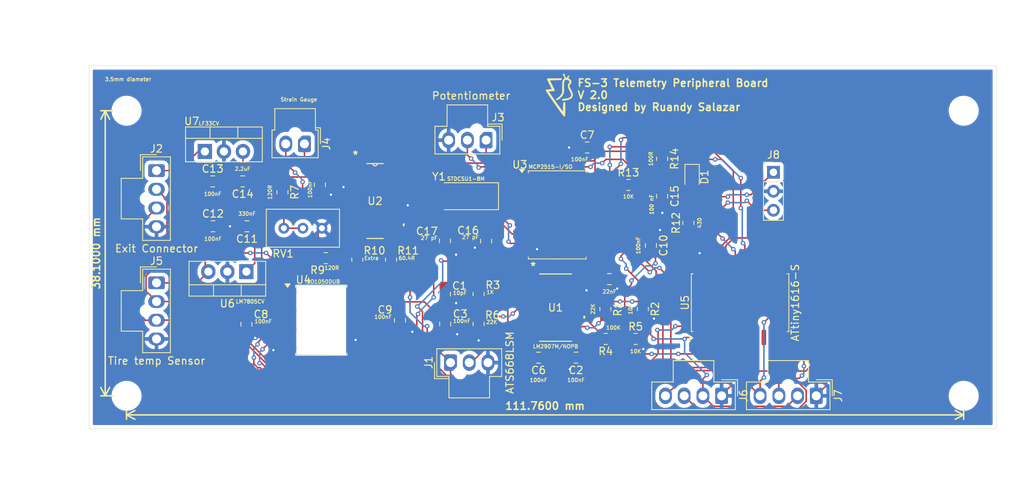
<source format=kicad_pcb>
(kicad_pcb (version 20240108) (generator "pcbnew") (generator_version "8.0")
  (title_block (title "Peripheral Board") (date "2025-02-23") (rev "2.3"))
  (layers (0 "F.Cu" signal) (31 "B.Cu" signal) (34 "B.Paste" user) (35 "F.Paste" user) (36 "B.SilkS" user "B.Silkscreen") (37 "F.SilkS" user "F.Silkscreen") (38 "B.Mask" user) (39 "F.Mask" user) (44 "Edge.Cuts" user))
  (net 0 "")
  (net 1 "Net-(J1-Pin_2)")
  (net 2 "GND")
  (net 3 "Net-(U1-IN+)")
  (net 4 "Net-(C4-Pad1)")
  (net 5 "+3V3")
  (net 6 "+5V")
  (net 7 "+12V")
  (net 8 "Net-(D1-A)")
  (net 9 "PB4")
  (net 10 "PB1")
  (net 11 "PA6")
  (net 12 "PC0")
  (net 13 "PA5")
  (net 14 "PB0")
  (net 15 "PB5")
  (net 16 "PA7")
  (net 17 "CANL")
  (net 18 "CANH")
  (net 19 "/Vin+")
  (net 20 "Net-(U1-TACH-)")
  (net 21 "Net-(U1-EMIT)")
  (net 22 "/Vin-")
  (net 23 "/RG2")
  (net 24 "/RG1")
  (net 25 "UPDI")
  (net 26 "Net-(U3-*RESET)")
  (net 31 "/VrefBG")
  (net 36 "CAN1_TX")
  (net 37 "PA2")
  (net 40 "PA1")
  (net 41 "Net-(U3-OSC2)")
  (net 42 "PA3{slash}SCK")
  (net 46 "CAN1_RX")
  (net 47 "PC3")
  (net 49 "Net-(U3-OSC1)")
  (net 50 "PA4")
  (net 51 "PC2")
  (net 52 "PC1")
  (net 53 "Net-(U5-~{RESET}{slash}PA0)")
  (footprint "Capacitor_SMD:C_0805_2012Metric_Pad1.18x1.45mm_HandSolder" (layer "F.Cu") (at 100 65.5 90)
    (property "Reference" "C9")
    (property "Value" "100nF")
  )
  (footprint "Resistor_SMD:R_0805_2012Metric_Pad1.20x1.40mm_HandSolder" (layer "F.Cu") (at 110.5 62 -90)
    (property "Reference" "R3")
    (property "Value" "1K")
  )
  (footprint "Package_SO:SOIC-18W_7.5x11.6mm_P1.27mm" (layer "F.Cu") (at 121 51.42)
    (property "Reference" "U3")
    (property "Value" "MCP2515-I/SO")
  )
  (footprint "Capacitor_SMD:C_0805_2012Metric_Pad1.18x1.45mm_HandSolder" (layer "F.Cu") (at 106 54.8825 -90)
    (property "Reference" "C17")
    (property "Value" "27 pF")
  )
  (footprint "Package_TO_SOT_THT:TO-220-3_Vertical" (layer "F.Cu") (at 79.5 59 180)
    (property "Reference" "U6")
    (property "Value" "LM7805CV")
  )
  (footprint "Diode_SMD:D_0805_2012Metric" (layer "F.Cu") (at 139 46.3575 -90)
    (property "Reference" "D1")
    (property "Value" "D")
  )
  (footprint "Resistor_SMD:R_0805_2012Metric_Pad1.20x1.40mm_HandSolder" (layer "F.Cu") (at 132.4235 64 -90)
    (property "Reference" "R2")
    (property "Value" "10K")
  )
  (footprint "1FS_2_Global_Footprint_Library:FS_Logo_4LinesTall" (layer "F.Cu") (at 121.5 35.5)
    (property "Reference" "G***" (hide yes))
    (property "Value" "LOGO" (hide yes))
  )
  (footprint "Package_TO_SOT_THT:TO-220-3_Vertical" (layer "F.Cu") (at 73.96 42.945)
    (property "Reference" "U7")
    (property "Value" "LF33CV")
  )
  (footprint "Package_SO:SOP-8_6.62x9.15mm_P2.54mm" (layer "F.Cu") (at 89.5 65.5)
    (property "Reference" "U4")
    (property "Value" "ISO1050DUB")
  )
  (footprint "Capacitor_SMD:C_0805_2012Metric_Pad1.18x1.45mm_HandSolder" (layer "F.Cu") (at 89.3078 47.395 -90)
    (property "Reference" "C5" (hide yes))
    (property "Value" "100nF")
  )
  (footprint "Capacitor_SMD:C_0805_2012Metric_Pad1.18x1.45mm_HandSolder" (layer "F.Cu") (at 123.5 70.5 180)
    (property "Reference" "C2")
    (property "Value" "100nF")
  )
  (footprint "Capacitor_SMD:C_0805_2012Metric_Pad1.18x1.45mm_HandSolder" (layer "F.Cu") (at 106 62 -90)
    (property "Reference" "C1")
    (property "Value" "10pF")
  )
  (footprint "MountingHole:MountingHole_3.5mm" (layer "F.Cu") (at 175.26 37.5)
    (property "Reference" "REF**" (hide yes))
    (property "Value" "MountingHole_3.5mm")
  )
  (footprint "Resistor_SMD:R_0805_2012Metric_Pad1.20x1.40mm_HandSolder" (layer "F.Cu") (at 94.3078 57.395 -90)
    (property "Reference" "R10")
    (property "Value" "Extra")
  )
  (footprint "Capacitor_SMD:C_0805_2012Metric_Pad1.18x1.45mm_HandSolder" (layer "F.Cu") (at 135 48.92 -90)
    (property "Reference" "C15")
    (property "Value" "100 nF")
  )
  (footprint "Capacitor_SMD:C_0805_2012Metric_Pad1.18x1.45mm_HandSolder" (layer "F.Cu") (at 118.5 70.5 180)
    (property "Reference" "C6")
    (property "Value" "100nF")
  )
  (footprint "Capacitor_SMD:C_0805_2012Metric_Pad1.18x1.45mm_HandSolder" (layer "F.Cu") (at 79.5 66.0375 90)
    (property "Reference" "C8")
    (property "Value" "100nF")
  )
  (footprint "Capacitor_SMD:C_0805_2012Metric_Pad1.18x1.45mm_HandSolder" (layer "F.Cu") (at 79.0025 46.945 180)
    (property "Reference" "C14")
    (property "Value" "2.2uF")
  )
  (footprint "Resistor_SMD:R_0805_2012Metric_Pad1.20x1.40mm_HandSolder" (layer "F.Cu") (at 110.5 66 -90)
    (property "Reference" "R6")
    (property "Value" "22K")
  )
  (footprint "MountingHole:MountingHole_3.5mm" (layer "F.Cu") (at 175.26 75.6)
    (property "Reference" "REF**" (hide yes))
    (property "Value" "MountingHole_3.5mm")
  )
  (footprint "Resistor_SMD:R_0805_2012Metric_Pad1.20x1.40mm_HandSolder" (layer "F.Cu") (at 127.4625 68 180)
    (property "Reference" "R4")
    (property "Value" "100K")
  )
  (footprint "FS_3_Global_Footprint_Library:D16" (layer "F.Cu") (at 96.67 49.57)
    (property "Reference" "U2")
    (property "Value" "INA125U")
  )
  (footprint "Capacitor_SMD:C_0805_2012Metric_Pad1.18x1.45mm_HandSolder" (layer "F.Cu") (at 127.9625 60)
    (property "Reference" "C4" (hide yes))
    (property "Value" "22nF")
  )
  (footprint "Capacitor_SMD:C_0805_2012Metric_Pad1.18x1.45mm_HandSolder" (layer "F.Cu") (at 75.04 52.945)
    (property "Reference" "C12")
    (property "Value" "100nF")
  )
  (footprint "Resistor_SMD:R_0805_2012Metric_Pad1.20x1.40mm_HandSolder" (layer "F.Cu") (at 90.1 57.2 180)
    (property "Reference" "R9")
    (property "Value" "120R")
  )
  (footprint "Resistor_SMD:R_0805_2012Metric_Pad1.20x1.40mm_HandSolder" (layer "F.Cu") (at 135 43.92 -90)
    (property "Reference" "R14")
    (property "Value" "100R")
  )
  (footprint "Molex Nanofit:Molex_Nano-Fit_105309-xx04_1x04_P2.50mm_Vertical" (layer "F.Cu") (at 67.5 60.5)
    (property "Reference" "J5")
    (property "Value" "Tire temp Sensor")
  )
  (footprint "Molex Nanofit:Molex_Nano-Fit_105309-xx02_1x02_P2.50mm_Vertical" (layer "F.Cu") (at 87.25 41.93 -90)
    (property "Reference" "J4")
    (property "Value" "Strain Gauge")
  )
  (footprint "Connector_Molex:Molex_Nano-Fit_105309-xx04_1x04_P2.50mm_Vertical" (layer "F.Cu") (at 142.942 75.598 -90)
    (property "Reference" "J6")
    (property "Value" "1x1 Tire Air Temp Sensor")
  )
  (footprint "Connector_PinHeader_2.54mm:PinHeader_1x03_P2.54mm_Vertical" (layer "F.Cu") (at 149.86 45.72)
    (property "Reference" "J8")
    (property "Value" "Conn_01x03")
  )
  (footprint "Capacitor_SMD:C_0805_2012Metric_Pad1.18x1.45mm_HandSolder" (layer "F.Cu") (at 111.5 54.92 -90)
    (property "Reference" "C16")
    (property "Value" "27 pF")
  )
  (footprint "Capacitor_SMD:C_0805_2012Metric_Pad1.18x1.45mm_HandSolder" (layer "F.Cu") (at 106.0375 66 -90)
    (property "Reference" "C3")
    (property "Value" "100nF")
  )
  (footprint "Molex Nanofit:Molex_Nano-Fit_105309-xx04_1x04_P2.50mm_Vertical" (layer "F.Cu") (at 67.5 45.5)
    (property "Reference" "J2")
    (property "Value" "Exit Connector")
  )
  (footprint "Connector_Molex:Molex_Nano-Fit_105309-xx04_1x04_P2.50mm_Vertical" (layer "F.Cu") (at 155.58 75.598 -90)
    (property "Reference" "J7")
    (property "Value" "1x8 Tire Surface Temp Sensor")
  )
  (footprint "Potentiometer_THT:Potentiometer_Bourns_3296W_Vertical" (layer "F.Cu") (at 84.5 53.2 180)
    (property "Reference" "RV1")
    (property "Value" "200R")
  )
  (footprint "Capacitor_SMD:C_0805_2012Metric_Pad1.18x1.45mm_HandSolder" (layer "F.Cu") (at 75.0025 46.945)
    (property "Reference" "C13")
    (property "Value" "100nF")
  )
  (footprint "MountingHole:MountingHole_3.5mm" (layer "F.Cu") (at 63.5 37.5)
    (property "Reference" "REF**" (hide yes))
    (property "Value" "MountingHole_3.5mm")
  )
  (footprint "Resistor_SMD:R_0805_2012Metric_Pad1.20x1.40mm_HandSolder" (layer "F.Cu") (at 131.4625 68)
    (property "Reference" "R5")
    (property "Value" "10K")
  )
  (footprint "Capacitor_SMD:C_0805_2012Metric_Pad1.18x1.45mm_HandSolder" (layer "F.Cu") (at 133.5 55.5 -90)
    (property "Reference" "C10")
    (property "Value" "100nF")
  )
  (footprint "Resistor_SMD:R_0805_2012Metric_Pad1.20x1.40mm_HandSolder" (layer "F.Cu") (at 127.4235 64 -90)
    (property "Reference" "R1")
    (property "Value" "22K")
  )
  (footprint "Resistor_SMD:R_0805_2012Metric_Pad1.20x1.40mm_HandSolder" (layer "F.Cu") (at 138.5 52.5 90)
    (property "Reference" "R12")
    (property "Value" "430")
  )
  (footprint "Resistor_SMD:R_0805_2012Metric_Pad1.20x1.40mm_HandSolder" (layer "F.Cu") (at 130.5 47.42)
    (property "Reference" "R13")
    (property "Value" "10K")
  )
  (footprint "FS_3_Global_Footprint_Library:M14A_TEX" (layer "F.Cu") (at 120.7695 63.81)
    (property "Reference" "U1")
    (property "Value" "LM2907M/NOPB")
  )
  (footprint "Molex Nanofit:Molex_Nano-Fit_105309-xx03_1x03_P2.50mm_Vertical" (layer "F.Cu") (at 111.5 41.43 -90)
    (property "Reference" "J3")
    (property "Value" "Potentiometer")
  )
  (footprint "Resistor_SMD:R_0805_2012Metric_Pad1.20x1.40mm_HandSolder" (layer "F.Cu") (at 84.3078 48.395 -90)
    (property "Reference" "R7")
    (property "Value" "120R")
  )
  (footprint "Crystal:Crystal_SMD_5032-2Pin_5.0x3.2mm_HandSoldering" (layer "F.Cu") (at 108.6 48.92 180)
    (property "Reference" "Y1")
    (property "Value" "STDCSU1-8M")
  )
  (footprint "Capacitor_SMD:C_0805_2012Metric_Pad1.18x1.45mm_HandSolder" (layer "F.Cu") (at 79.5775 52.945 180)
    (property "Reference" "C11")
    (property "Value" "330nF")
  )
  (footprint "Molex Nanofit:Molex_Nano-Fit_105309-xx03_1x03_P2.50mm_Vertical" (layer "F.Cu") (at 106.75 71.16 90)
    (property "Reference" "J1")
    (property "Value" "ATS668LSM")
  )
  (footprint "Package_SO:SOIC-20W_7.5x12.8mm_P1.27mm" (layer "F.Cu") (at 145.405 63.15 90)
    (property "Reference" "U5")
    (property "Value" "ATtiny1616-S")
  )
  (footprint "MountingHole:MountingHole_3.5mm" (layer "F.Cu") (at 63.5 75.6)
    (property "Reference" "REF**" (hide yes))
    (property "Value" "MountingHole_3.5mm")
  )
  (footprint "Capacitor_SMD:C_0805_2012Metric_Pad1.18x1.45mm_HandSolder" (layer "F.Cu") (at 125 42.42)
    (property "Reference" "C7")
    (property "Value" "100nF")
  )
  (footprint "Resistor_SMD:R_0805_2012Metric_Pad1.20x1.40mm_HandSolder" (layer "F.Cu") (at 98.8078 57.395 -90)
    (property "Reference" "R11")
    (property "Value" "60.4R")
  )
  (gr_rect (start 58.5 31.5) (end 179.618 80) (stroke (width 0.05)) (fill none) (layer "Edge.Cuts"))
  (gr_text "FS-3 Telemetry Peripheral Board\nV 2.0\nDesigned by Ruandy Salazar" (at 123.6 37.6 0) (layer "F.SilkS") (effects (font (size 1 1) (thickness 0.2) (bold yes)) (justify left bottom)))
  (gr_text "3.5mm diameter" (at 63.7 33.3 0) (layer "F.SilkS") (effects (font (size 0.5 0.5) (thickness 0.1) (bold yes))))
  (dimension (type aligned) (layer "F.SilkS") (pts (xy 63.49 74.300001) (xy 175.25 74.300001)) (height 3.849999) (gr_text "4.4000 in" (at 119.37 76.95 0) (layer "F.SilkS") (effects (font (size 1 1) (thickness 0.2) (bold yes)))) (format (prefix "") (suffix "") (units 3) (units_format 1) (precision 4)) (style (thickness 0.2) (arrow_length 1.27) (text_position_mode 0) (extension_height 0.58642) (extension_offset 0.5) keep_text_aligned))
  (dimension (type aligned) (layer "F.SilkS") (pts (xy 62.649999 37.5) (xy 62.649999 75.6)) (height 1.999999) (gr_text "1.5000 in" (at 59.45 56.55 90) (layer "F.SilkS") (effects (font (size 1 1) (thickness 0.2) (bold yes)))) (format (prefix "") (suffix "") (units 3) (units_format 1) (precision 4)) (style (thickness 0.2) (arrow_length 1.27) (text_position_mode 0) (extension_height 0.58642) (extension_offset 0.5) keep_text_aligned))
  (segment (start 108.4625 60.9625) (end 109.425 60) (width 0.2) (layer "F.Cu") (net 1))
  (segment (start 114 60) (end 118.039 60) (width 0.2) (layer "F.Cu") (net 1))
  (segment (start 108.4625 60.9625) (end 110.5 63) (width 0.2) (layer "F.Cu") (net 1))
  (segment (start 109.425 60) (end 114 60) (width 0.2) (layer "F.Cu") (net 1))
  (segment (start 114.4016 66.2984) (end 109.54 71.16) (width 0.2) (layer "F.Cu") (net 1))
  (segment (start 106 60.9625) (end 108.4625 60.9625) (width 0.2) (layer "F.Cu") (net 1))
  (segment (start 109.54 71.16) (end 109.25 71.16) (width 0.2) (layer "F.Cu") (net 1))
  (segment (start 114.4016 60) (end 114.4016 66.2984) (width 0.2) (layer "F.Cu") (net 1))
  (segment (start 114 60) (end 114.4016 60) (width 0.2) (layer "F.Cu") (net 1))
  (segment (start 106.0375 67.0375) (end 107.3219 67.0375) (width 0.2) (layer "F.Cu") (net 2))
  (segment (start 92.4922 47.665) (end 92.456 47.7012) (width 0.2) (layer "F.Cu") (net 2))
  (segment (start 132.4235 65) (end 133.6308 65) (width 0.2) (layer "F.Cu") (net 2))
  (segment (start 117.8 56.5) (end 118.3 56) (width 0.2) (layer "F.Cu") (net 2))
  (segment (start 76.5 42.945) (end 76.5 45.48) (width 0.2) (layer "F.Cu") (net 2))
  (segment (start 111.5 55.9575) (end 110.1575 55.9575) (width 0.2) (layer "F.Cu") (net 2))
  (segment (start 122.5824 42.42) (end 122.5804 42.418) (width 0.2) (layer "F.Cu") (net 2))
  (segment (start 129 61.2648) (end 129 60) (width 0.2) (layer "F.Cu") (net 2))
  (segment (start 99.0322 50.205) (end 100.9758 50.205) (width 0.2) (layer "F.Cu") (net 2))
  (segment (start 76.5 45.48) (end 77.965 46.945) (width 0.2) (layer "F.Cu") (net 2))
  (segment (start 76.0775 52.945) (end 78.54 52.945) (width 0.2) (layer "F.Cu") (net 2))
  (segment (start 106 63.0375) (end 107.3375 63.0375) (width 0.2) (layer "F.Cu") (net 2))
  (segment (start 100 66.5375) (end 101.1508 66.5375) (width 0.2) (layer "F.Cu") (net 2))
  (segment (start 122.4625 70.5) (end 122.4625 71.8149) (width 0.2) (layer "F.Cu") (net 2))
  (segment (start 124.9 61.5) (end 123.86 62.54) (width 0.2) (layer "F.Cu") (net 2))
  (segment (start 142.942 75.598) (end 142.942 75.498) (width 0.2) (layer "F.Cu") (net 2))
  (segment (start 155.58 75.598) (end 155.58 75.56) (width 0.2) (layer "F.Cu") (net 2))
  (segment (start 133.7007 54.4625) (end 134.7216 53.4416) (width 0.2) (layer "F.Cu") (net 2))
  (segment (start 133.5 54.4625) (end 133.7007 54.4625) (width 0.2) (layer "F.Cu") (net 2))
  (segment (start 133.6308 65) (end 133.9088 65.278) (width 0.2) (layer "F.Cu") (net 2))
  (segment (start 122.4625 71.8149) (end 122.682 72.0344) (width 0.2) (layer "F.Cu") (net 2))
  (segment (start 100.9758 50.205) (end 101.0412 50.1396) (width 0.2) (layer "F.Cu") (net 2))
  (segment (start 132.4625 68) (end 132.4625 69.3181) (width 0.2) (layer "F.Cu") (net 2))
  (segment (start 117 70.5) (end 116.34 71.16) (width 0.2) (layer "F.Cu") (net 2))
  (segment (start 116.35 56.5) (end 117.8 56.5) (width 0.2) (layer "F.Cu") (net 2))
  (segment (start 135 51.1292) (end 135.0264 51.1556) (width 0.2) (layer "F.Cu") (net 2))
  (segment (start 135 49.9575) (end 135 51.1292) (width 0.2) (layer "F.Cu") (net 2))
  (segment (start 94.025 69.31) (end 94.025 68.1794) (width 0.2) (layer "F.Cu") (net 2))
  (segment (start 79.8766 67.075) (end 80.6704 67.8688) (width 0.2) (layer "F.Cu") (net 2))
  (segment (start 123.9625 42.42) (end 122.5824 42.42) (width 0.2) (layer "F.Cu") (net 2))
  (segment (start 142.942 75.498) (end 144.526 73.914) (width 0.2) (layer "F.Cu") (net 2))
  (segment (start 139.69 56.8552) (end 140.0048 56.5404) (width 0.2) (layer "F.Cu") (net 2))
  (segment (start 77.965 46.945) (end 76.04 46.945) (width 0.2) (layer "F.Cu") (net 2))
  (segment (start 89.1 57.2) (end 89.1 53.68) (width 0.2) (layer "F.Cu") (net 2))
  (segment (start 89.3078 48.4325) (end 90.4949 48.4325) (width 0.2) (layer "F.Cu") (net 2))
  (segment (start 110.5 68.2) (end 110.5 67) (width 0.2) (layer "F.Cu") (net 2))
  (segment (start 107.3375 63.0375) (end 107.5 63.2) (width 0.2) (layer "F.Cu") (net 2))
  (segment (start 110.1575 55.9575) (end 110 55.8) (width 0.2) (layer "F.Cu") (net 2))
  (segment (start 94.3078 47.665) (end 92.4922 47.665) (width 0.2) (layer "F.Cu") (net 2))
  (segment (start 79.5 67.075) (end 79.8766 67.075) (width 0.2) (layer "F.Cu") (net 2))
  (segment (start 101.1508 66.5375) (end 101.6508 67.0375) (width 0.2) (layer "F.Cu") (net 2))
  (segment (start 139.69 58.5) (end 139.69 56.8552) (width 0.2) (layer "F.Cu") (net 2))
  (segment (start 89.1 53.68) (end 89.58 53.2) (width 0.2) (layer "F.Cu") (net 2))
  (segment (start 107.3219 67.0375) (end 107.6452 67.3608) (width 0.2) (layer "F.Cu") (net 2))
  (segment (start 106 55.92) (end 106.6692 55.92) (width 0.2) (layer "F.Cu") (net 2))
  (segment (start 94.025 68.1794) (end 94.0816 68.1228) (width 0.2) (layer "F.Cu") (net 2))
  (segment (start 116.34 71.16) (end 111.75 71.16) (width 0.2) (layer "F.Cu") (net 2))
  (segment (start 117.4625 70.5) (end 117 70.5) (width 0.2) (layer "F.Cu") (net 2))
  (segment (start 123.86 62.54) (end 123.5 62.54) (width 0.2) (layer "F.Cu") (net 2))
  (segment (start 132.4625 69.3181) (end 132.4864 69.342) (width 0.2) (layer "F.Cu") (net 2))
  (segment (start 83.2932 69.31) (end 83.1088 69.4944) (width 0.2) (layer "F.Cu") (net 2))
  (segment (start 106.6692 55.92) (end 107.4928 56.7436) (width 0.2) (layer "F.Cu") (net 2))
  (segment (start 90.4949 48.4325) (end 90.7796 48.7172) (width 0.2) (layer "F.Cu") (net 2))
  (segment (start 155.58 75.56) (end 157.226 73.914) (width 0.2) (layer "F.Cu") (net 2))
  (segment (start 84.975 69.31) (end 83.2932 69.31) (width 0.2) (layer "F.Cu") (net 2))
  (via (at 107.5 63.2) (size 0.6) (drill 0.3) (layers "F.Cu" "B.Cu") (net 2))
  (via (at 94.0816 68.1228) (size 0.6) (drill 0.3) (layers "F.Cu" "B.Cu") (net 2))
  (via (at 110.5 68.2) (size 0.6) (drill 0.3) (layers "F.Cu" "B.Cu") (net 2))
  (via (at 101.0412 50.1396) (size 0.6) (drill 0.3) (layers "F.Cu" "B.Cu") (net 2))
  (via (at 107.6452 67.3608) (size 0.6) (drill 0.3) (layers "F.Cu" "B.Cu") (net 2))
  (via (at 101.6508 67.0375) (size 0.6) (drill 0.3) (layers "F.Cu" "B.Cu") (net 2))
  (via (at 135.0264 51.1556) (size 0.6) (drill 0.3) (layers "F.Cu" "B.Cu") (net 2))
  (via (at 122.5804 42.418) (size 0.6) (drill 0.3) (layers "F.Cu" "B.Cu") (net 2))
  (via (at 107.4928 56.7436) (size 0.6) (drill 0.3) (layers "F.Cu" "B.Cu") (net 2))
  (via (at 132.4864 69.342) (size 0.6) (drill 0.3) (layers "F.Cu" "B.Cu") (net 2))
  (via (at 90.7796 48.7172) (size 0.6) (drill 0.3) (layers "F.Cu" "B.Cu") (net 2))
  (via (at 124.9 61.5) (size 0.6) (drill 0.3) (layers "F.Cu" "B.Cu") (net 2))
  (via (at 129 61.2648) (size 0.6) (drill 0.3) (layers "F.Cu" "B.Cu") (net 2))
  (via (at 80.6704 67.8688) (size 0.6) (drill 0.3) (layers "F.Cu" "B.Cu") (net 2))
  (via (at 140.0048 56.5404) (size 0.6) (drill 0.3) (layers "F.Cu" "B.Cu") (net 2))
  (via (at 83.1088 69.4944) (size 0.6) (drill 0.3) (layers "F.Cu" "B.Cu") (net 2))
  (via (at 77.3176 52.945) (size 0.6) (drill 0.3) (layers "F.Cu" "B.Cu") (net 2))
  (via (at 92.456 47.7012) (size 0.6) (drill 0.3) (layers "F.Cu" "B.Cu") (net 2))
  (via (at 110 55.8) (size 0.6) (drill 0.3) (layers "F.Cu" "B.Cu") (net 2))
  (via (at 118.3 56) (size 0.6) (drill 0.3) (layers "F.Cu" "B.Cu") (net 2))
  (via (at 157.226 73.914) (size 0.6) (drill 0.3) (layers "F.Cu" "B.Cu") (net 2))
  (via (at 144.526 73.914) (size 0.6) (drill 0.3) (layers "F.Cu" "B.Cu") (net 2))
  (via (at 134.7216 53.4416) (size 0.6) (drill 0.3) (layers "F.Cu" "B.Cu") (net 2))
  (via (at 122.682 72.0344) (size 0.6) (drill 0.3) (layers "F.Cu" "B.Cu") (net 2))
  (via (at 133.9088 65.278) (size 0.6) (drill 0.3) (layers "F.Cu" "B.Cu") (net 2))
  (segment (start 118.039 63.81) (end 115.8696 63.81) (width 0.2) (layer "F.Cu") (net 3))
  (segment (start 110.4625 64.9625) (end 110.5 65) (width 0.2) (layer "F.Cu") (net 3))
  (segment (start 113.792 65) (end 110.5 65) (width 0.2) (layer "F.Cu") (net 3))
  (segment (start 106.0375 64.9625) (end 110.4625 64.9625) (width 0.2) (layer "F.Cu") (net 3))
  (segment (start 118.039 62.54) (end 118.039 63.81) (width 0.2) (layer "F.Cu") (net 3))
  (segment (start 115.8696 63.81) (end 115.062 64.6176) (width 0.2) (layer "F.Cu") (net 3))
  (via (at 113.792 65) (size 0.6) (drill 0.3) (layers "F.Cu" "B.Cu") (net 3))
  (via (at 115.062 64.6176) (size 0.6) (drill 0.3) (layers "F.Cu" "B.Cu") (net 3))
  (segment (start 114.9824 64.6176) (end 114.6 65) (width 0.2) (layer "B.Cu") (net 3))
  (segment (start 114.6 65) (end 113.792 65) (width 0.2) (layer "B.Cu") (net 3))
  (segment (start 115.062 64.6176) (end 114.9824 64.6176) (width 0.2) (layer "B.Cu") (net 3))
  (segment (start 126.925 60) (end 126 60) (width 0.2) (layer "F.Cu") (net 4))
  (segment (start 118.039 61.27) (end 118.888 61.27) (width 0.2) (layer "F.Cu") (net 4))
  (segment (start 125 59) (end 121.158 59) (width 0.2) (layer "F.Cu") (net 4))
  (segment (start 118.888 61.27) (end 121.158 59) (width 0.2) (layer "F.Cu") (net 4))
  (segment (start 126 60) (end 125 59) (width 0.2) (layer "F.Cu") (net 4))
  (segment (start 126.5375 42.92) (end 126.0375 42.42) (width 0.2) (layer "F.Cu") (net 5))
  (segment (start 94.2703 46.3575) (end 94.3078 46.395) (width 0.2) (layer "F.Cu") (net 5))
  (segment (start 89.3078 46.3575) (end 85.3453 46.3575) (width 0.2) (layer "F.Cu") (net 5))
  (segment (start 137 42) (end 136.5 42) (width 0.2) (layer "F.Cu") (net 5))
  (segment (start 81.5 65) (end 79.5 65) (width 0.2) (layer "F.Cu") (net 5))
  (segment (start 123.706574 44.206574) (end 125.830926 44.206574) (width 0.2) (layer "F.Cu") (net 5))
  (segment (start 83.19 61.69) (end 84.975 61.69) (width 0.2) (layer "F.Cu") (net 5))
  (segment (start 81.534 60.034) (end 83.19 61.69) (width 0.2) (layer "F.Cu") (net 5))
  (segment (start 82.5 62.38) (end 82.5 64) (width 0.2) (layer "F.Cu") (net 5))
  (segment (start 81.534 48.861) (end 81.534 60.034) (width 0.2) (layer "F.Cu") (net 5))
  (segment (start 94.3078 44.1922) (end 94.3078 45.125) (width 0.2) (layer "F.Cu") (net 5))
  (segment (start 104.5 44.5) (end 103.5 43.5) (width 0.2) (layer "F.Cu") (net 5))
  (segment (start 95.5 44) (end 94.5 44) (width 0.2) (layer "F.Cu") (net 5))
  (segment (start 96 43.5) (end 95.5 44) (width 0.2) (layer "F.Cu") (net 5))
  (segment (start 94.3078 45.125) (end 94.3078 46.395) (width 0.2) (layer "F.Cu") (net 5))
  (segment (start 135 42.92) (end 126.5375 42.92) (width 0.2) (layer "F.Cu") (net 5))
  (segment (start 85.3453 46.3575) (end 84.3078 47.395) (width 0.2) (layer "F.Cu") (net 5))
  (segment (start 89.3078 46.3575) (end 89.3078 46.3078) (width 0.2) (layer "F.Cu") (net 5))
  (segment (start 89.3078 46.3575) (end 94.2703 46.3575) (width 0.2) (layer "F.Cu") (net 5))
  (segment (start 79.04 45.945) (end 80.04 46.945) (width 0.2) (layer "F.Cu") (net 5))
  (segment (start 87.25 44.25) (end 87.25 41.93) (width 0.2) (layer "F.Cu") (net 5))
  (segment (start 83 47.395) (end 80.49 47.395) (width 0.2) (layer "F.Cu") (net 5))
  (segment (start 125.830926 44.206574) (end 126.0375 44) (width 0.2) (layer "F.Cu") (net 5))
  (segment (start 94.5 44) (end 94.3078 44.1922) (width 0.2) (layer "F.Cu") (net 5))
  (segment (start 82.5 64) (end 81.5 65) (width 0.2) (layer "F.Cu") (net 5))
  (segment (start 84.3078 47.395) (end 83 47.395) (width 0.2) (layer "F.Cu") (net 5))
  (segment (start 135.58 42.92) (end 135 42.92) (width 0.2) (layer "F.Cu") (net 5))
  (segment (start 123.5 44) (end 123.706574 44.206574) (width 0.2) (layer "F.Cu") (net 5))
  (segment (start 137.5 43.92) (end 137.5 42.5) (width 0.2) (layer "F.Cu") (net 5))
  (segment (start 111.5 44) (end 123.5 44) (width 0.2) (layer "F.Cu") (net 5))
  (segment (start 79.04 42.945) (end 79.04 45.945) (width 0.2) (layer "F.Cu") (net 5))
  (segment (start 111 44.5) (end 104.5 44.5) (width 0.2) (layer "F.Cu") (net 5))
  (segment (start 136.5 42) (end 135.58 42.92) (width 0.2) (layer "F.Cu") (net 5))
  (segment (start 83.19 61.69) (end 82.5 62.38) (width 0.2) (layer "F.Cu") (net 5))
  (segment (start 83 47.395) (end 81.534 48.861) (width 0.2) (layer "F.Cu") (net 5))
  (segment (start 111.5 44) (end 111.5 41.43) (width 0.2) (layer "F.Cu") (net 5))
  (segment (start 137.5 42.5) (end 137 42) (width 0.2) (layer "F.Cu") (net 5))
  (segment (start 80.49 47.395) (end 80.04 46.945) (width 0.2) (layer "F.Cu") (net 5))
  (segment (start 126.0375 42.42) (end 126.0375 44) (width 0.2) (layer "F.Cu") (net 5))
  (segment (start 126.0375 45.9525) (end 125.65 46.34) (width 0.2) (layer "F.Cu") (net 5))
  (segment (start 139 45.42) (end 137.5 43.92) (width 0.2) (layer "F.Cu") (net 5))
  (segment (start 111.5 44) (end 111 44.5) (width 0.2) (layer "F.Cu") (net 5))
  (segment (start 103.5 43.5) (end 96 43.5) (width 0.2) (layer "F.Cu") (net 5))
  (segment (start 126.0375 44) (end 126.0375 45.9525) (width 0.2) (layer "F.Cu") (net 5))
  (segment (start 89.3078 46.3078) (end 87.25 44.25) (width 0.2) (layer "F.Cu") (net 5))
  (segment (start 130.9 60.7204) (end 130 61.6204) (width 0.2) (layer "F.Cu") (net 6))
  (segment (start 126.5235 65.9) (end 127.4235 65) (width 0.2) (layer "F.Cu") (net 6))
  (segment (start 146.304 48.729997) (end 146.850003 48.729997) (width 0.2) (layer "F.Cu") (net 6))
  (segment (start 140.442 73.3464) (end 140.442 75.598) (width 0.2) (layer "F.Cu") (net 6))
  (segment (start 67.5 60.5) (end 72.92 60.5) (width 0.2) (layer "F.Cu") (net 6))
  (segment (start 98.19 61.69) (end 94.025 61.69) (width 0.2) (layer "F.Cu") (net 6))
  (segment (start 123.5 66.35) (end 124.85 66.35) (width 0.2) (layer "F.Cu") (net 6))
  (segment (start 131.5 66.5) (end 130 65) (width 0.2) (layer "F.Cu") (net 6))
  (segment (start 133.5 56.5375) (end 137.5 52.5375) (width 0.2) (layer "F.Cu") (net 6))
  (segment (start 130 65) (end 127.4235 65) (width 0.2) (layer "F.Cu") (net 6))
  (segment (start 82.134 56.5) (end 84.2064 58.5724) (width 0.2) (layer "F.Cu") (net 6))
  (segment (start 132.547244 66.5) (end 131.5 66.5) (width 0.2) (layer "F.Cu") (net 6))
  (segment (start 104.35675 64.14325) (end 103.251 63.0375) (width 0.2) (layer "F.Cu") (net 6))
  (segment (start 133.858 67.810756) (end 132.547244 66.5) (width 0.2) (layer "F.Cu") (net 6))
  (segment (start 123.5 67.62) (end 123.5 66.35) (width 0.2) (layer "F.Cu") (net 6))
  (segment (start 140.97 72.8184) (end 140.442 73.3464) (width 0.2) (layer "F.Cu") (net 6))
  (segment (start 100.5375 63.0375) (end 100 62.5) (width 0.2) (layer "F.Cu") (net 6))
  (segment (start 110.5 61) (end 111.5 62) (width 0.2) (layer "F.Cu") (net 6))
  (segment (start 130 61.6204) (end 130 65) (width 0.2) (layer "F.Cu") (net 6))
  (segment (start 106.75 71.16) (end 105.0125 69.4225) (width 0.2) (layer "F.Cu") (net 6))
  (segment (start 116.5375 73.5) (end 119.5375 70.5) (width 0.2) (layer "F.Cu") (net 6))
  (segment (start 140.442 75.598) (end 141.842 76.998) (width 0.2) (layer "F.Cu") (net 6))
  (segment (start 134.112 57.9) (end 134.112 57.1495) (width 0.2) (layer "F.Cu") (net 6))
  (segment (start 137.5 52.5375) (end 137.5 50.714) (width 0.2) (layer "F.Cu") (net 6))
  (segment (start 74.0025 58.5825) (end 74.42 59) (width 0.2) (layer "F.Cu") (net 6))
  (segment (start 100 62.5) (end 99.5 62) (width 0.2) (layer "F.Cu") (net 6))
  (segment (start 111.5 63.6) (end 111.025 64.075) (width 0.2) (layer "F.Cu") (net 6))
  (segment (start 106.75 72.664214) (end 107.585786 73.5) (width 0.2) (layer "F.Cu") (net 6))
  (segment (start 99.5 62) (end 98.5 62) (width 0.2) (layer "F.Cu") (net 6))
  (segment (start 137.5 50.714) (end 139.230003 48.983997) (width 0.2) (layer "F.Cu") (net 6))
  (segment (start 151.68 76.998) (end 153.08 75.598) (width 0.2) (layer "F.Cu") (net 6))
  (segment (start 111.025 64.075) (end 104.425 64.075) (width 0.2) (layer "F.Cu") (net 6))
  (segment (start 123.5 68) (end 123 68.5) (width 0.2) (layer "F.Cu") (net 6))
  (segment (start 134.112 57.1495) (end 133.5 56.5375) (width 0.2) (layer "F.Cu") (net 6))
  (segment (start 123 68.5) (end 120.5 68.5) (width 0.2) (layer "F.Cu") (net 6))
  (segment (start 130.9 60.2) (end 130.9 60.7204) (width 0.2) (layer "F.Cu") (net 6))
  (segment (start 105.0125 64.799) (end 104.35675 64.14325) (width 0.2) (layer "F.Cu") (net 6))
  (segment (start 105.0125 69.4225) (end 105.0125 64.799) (width 0.2) (layer "F.Cu") (net 6))
  (segment (start 138.2 67.8) (end 139.69 67.8) (width 0.2) (layer "F.Cu") (net 6))
  (segment (start 123.5 67.62) (end 123.5 68) (width 0.2) (layer "F.Cu") (net 6))
  (segment (start 90.9074 58.5724) (end 94.025 61.69) (width 0.2) (layer "F.Cu") (net 6))
  (segment (start 106.75 71.16) (end 106.75 72.664214) (width 0.2) (layer "F.Cu") (net 6))
  (segment (start 107.585786 73.5) (end 116.5375 73.5) (width 0.2) (layer "F.Cu") (net 6))
  (segment (start 100 64.4625) (end 100 62.5) (width 0.2) (layer "F.Cu") (net 6))
  (segment (start 84.2064 58.5724) (end 90.9074 58.5724) (width 0.2) (layer "F.Cu") (net 6))
  (segment (start 80.015 56.5) (end 74.0025 56.5) (width 0.2) (layer "F.Cu") (net 6))
  (segment (start 119.5375 69.4625) (end 119.5375 70.5) (width 0.2) (layer "F.Cu") (net 6))
  (segment (start 111.5 62) (end 111.5 63.6) (width 0.2) (layer "F.Cu") (net 6))
  (segment (start 146.850003 48.729997) (end 149.86 45.72) (width 0.2) (layer "F.Cu") (net 6))
  (segment (start 98.5 62) (end 98.19 61.69) (width 0.2) (layer "F.Cu") (net 6))
  (segment (start 124.85 66.35) (end 125 66.5) (width 0.2) (layer "F.Cu") (net 6))
  (segment (start 104.425 64.075) (end 104.35675 64.14325) (width 0.2) (layer "F.Cu") (net 6))
  (segment (start 74.0025 52.945) (end 74.0025 56.5) (width 0.2) (layer "F.Cu") (net 6))
  (segment (start 120.5 68.5) (end 119.5375 69.4625) (width 0.2) (layer "F.Cu") (net 6))
  (segment (start 139.230003 48.983997) (end 143.764 48.983997) (width 0.2) (layer "F.Cu") (net 6))
  (segment (start 141.842 76.998) (end 151.68 76.998) (width 0.2) (layer "F.Cu") (net 6))
  (segment (start 126.5 65.9) (end 126.5235 65.9) (width 0.2) (layer "F.Cu") (net 6))
  (segment (start 74.0025 56.5) (end 74.0025 58.5825) (width 0.2) (layer "F.Cu") (net 6))
  (segment (start 103.251 63.0375) (end 100.5375 63.0375) (width 0.2) (layer "F.Cu") (net 6))
  (segment (start 133.858 68) (end 133.858 67.810756) (width 0.2) (layer "F.Cu") (net 6))
  (segment (start 138.2 67.8) (end 138 68) (width 0.2) (layer "F.Cu") (net 6))
  (segment (start 72.92 60.5) (end 74.42 59) (width 0.2) (layer "F.Cu") (net 6))
  (via (at 130.9 60.2) (size 0.6) (drill 0.3) (layers "F.Cu" "B.Cu") (net 6))
  (via (at 125 66.5) (size 0.6) (drill 0.3) (layers "F.Cu" "B.Cu") (net 6))
  (via (at 126.5 65.9) (size 0.6) (drill 0.3) (layers "F.Cu" "B.Cu") (net 6))
  (via (at 146.304 48.729997) (size 0.6) (drill 0.3) (layers "F.Cu" "B.Cu") (net 6))
  (via (at 82.134 56.5) (size 0.6) (drill 0.3) (layers "F.Cu" "B.Cu") (net 6))
  (via (at 140.97 72.8184) (size 0.6) (drill 0.3) (layers "F.Cu" "B.Cu") (net 6))
  (via (at 138 68) (size 0.6) (drill 0.3) (layers "F.Cu" "B.Cu") (net 6))
  (via (at 133.858 68) (size 0.6) (drill 0.3) (layers "F.Cu" "B.Cu") (net 6))
  (via (at 80.015 56.5) (size 0.6) (drill 0.3) (layers "F.Cu" "B.Cu") (net 6))
  (via (at 134.112 57.9) (size 0.6) (drill 0.3) (layers "F.Cu" "B.Cu") (net 6))
  (via (at 143.764 48.983997) (size 0.6) (drill 0.3) (layers "F.Cu" "B.Cu") (net 6))
  (segment (start 143.764 48.983997) (end 144.018 48.729997) (width 0.2) (layer "B.Cu") (net 6))
  (segment (start 133.964714 57.9) (end 134.112 57.9) (width 0.2) (layer "B.Cu") (net 6))
  (segment (start 138 68) (end 138 69.8484) (width 0.2) (layer "B.Cu") (net 6))
  (segment (start 138 69.8484) (end 140.97 72.8184) (width 0.2) (layer "B.Cu") (net 6))
  (segment (start 138 68) (end 133.858 68) (width 0.2) (layer "B.Cu") (net 6))
  (segment (start 132.861243 58.238757) (end 133.625957 58.238757) (width 0.2) (layer "B.Cu") (net 6))
  (segment (start 125 66.5) (end 125.9 66.5) (width 0.2) (layer "B.Cu") (net 6))
  (segment (start 144.018 48.729997) (end 146.304 48.729997) (width 0.2) (layer "B.Cu") (net 6))
  (segment (start 125.9 66.5) (end 126.5 65.9) (width 0.2) (layer "B.Cu") (net 6))
  (segment (start 133.625957 58.238757) (end 133.964714 57.9) (width 0.2) (layer "B.Cu") (net 6))
  (segment (start 130.9 60.2) (end 132.861243 58.238757) (width 0.2) (layer "B.Cu") (net 6))
  (segment (start 82.134 56.5) (end 80.015 56.5) (width 0.2) (layer "B.Cu") (net 6))
  (segment (start 71.945 46.945) (end 70.5 45.5) (width 0.2) (layer "F.Cu") (net 7))
  (segment (start 73.965 46.945) (end 71.945 46.945) (width 0.2) (layer "F.Cu") (net 7))
  (segment (start 73.96 42.945) (end 73.055 42.945) (width 0.2) (layer "F.Cu") (net 7))
  (segment (start 74.99 47.97) (end 75.64 47.97) (width 0.2) (layer "F.Cu") (net 7))
  (segment (start 70.5 45.5) (end 67.5 45.5) (width 0.2) (layer "F.Cu") (net 7))
  (segment (start 80.615 57.885) (end 79.5 59) (width 0.2) (layer "F.Cu") (net 7))
  (segment (start 80.615 52.945) (end 80.615 57.885) (width 0.2) (layer "F.Cu") (net 7))
  (segment (start 73.055 42.945) (end 70.5 45.5) (width 0.2) (layer "F.Cu") (net 7))
  (segment (start 73.965 46.945) (end 74.99 47.97) (width 0.2) (layer "F.Cu") (net 7))
  (segment (start 75.64 47.97) (end 80.615 52.945) (width 0.2) (layer "F.Cu") (net 7))
  (segment (start 136.5 46.5) (end 135 46.5) (width 0.2) (layer "F.Cu") (net 8))
  (segment (start 137.295 47.295) (end 136.5 46.5) (width 0.2) (layer "F.Cu") (net 8))
  (segment (start 135 44.92) (end 135 46.5) (width 0.2) (layer "F.Cu") (net 8))
  (segment (start 135 46.5) (end 135 47.8825) (width 0.2) (layer "F.Cu") (net 8))
  (segment (start 134.155 47.42) (end 131.5 47.42) (width 0.2) (layer "F.Cu") (net 8))
  (segment (start 139 47.295) (end 137.295 47.295) (width 0.2) (layer "F.Cu") (net 8))
  (segment (start 135 47.8825) (end 134.6175 47.8825) (width 0.2) (layer "F.Cu") (net 8))
  (segment (start 134.6175 47.8825) (end 134.155 47.42) (width 0.2) (layer "F.Cu") (net 8))
  (segment (start 130.6 55.3144) (end 134.2 58.9144) (width 0.2) (layer "F.Cu") (net 11))
  (segment (start 109 43.4) (end 109 41.43) (width 0.2) (layer "F.Cu") (net 11))
  (segment (start 136.380942 71.0184) (end 143.0528 71.0184) (width 0.2) (layer "F.Cu") (net 11))
  (segment (start 143.5 70.5712) (end 143.5 70.5) (width 0.2) (layer "F.Cu") (net 11))
  (segment (start 134.2 58.9144) (end 134.2 60.749036) (width 0.2) (layer "F.Cu") (net 11))
  (segment (start 127.5 44) (end 129.748529 44) (width 0.2) (layer "F.Cu") (net 11))
  (segment (start 130.6 44.851471) (end 130.6 55.3144) (width 0.2) (layer "F.Cu") (net 11))
  (segment (start 143.5 67.8) (end 143.5 70.5) (width 0.2) (layer "F.Cu") (net 11))
  (segment (start 125.5 45) (end 110.6 45) (width 0.2) (layer "F.Cu") (net 11))
  (segment (start 134.2 60.749036) (end 136.165686 62.714722) (width 0.2) (layer "F.Cu") (net 11))
  (segment (start 136.165686 62.714722) (end 136.165686 70.803144) (width 0.2) (layer "F.Cu") (net 11))
  (segment (start 125.4375 45) (end 125.5 45) (width 0.2) (layer "F.Cu") (net 11))
  (segment (start 110.6 45) (end 110.5 45.1) (width 0.2) (layer "F.Cu") (net 11))
  (segment (start 143.0528 71.0184) (end 143.5 70.5712) (width 0.2) (layer "F.Cu") (net 11))
  (segment (start 129.748529 44) (end 130.6 44.851471) (width 0.2) (layer "F.Cu") (net 11))
  (segment (start 127 44.5) (end 127.5 44) (width 0.2) (layer "F.Cu") (net 11))
  (segment (start 109.5 43.9) (end 109 43.4) (width 0.2) (layer "F.Cu") (net 11))
  (segment (start 136.165686 70.803144) (end 136.380942 71.0184) (width 0.2) (layer "F.Cu") (net 11))
  (via (at 109.5 43.9) (size 0.6) (drill 0.3) (layers "F.Cu" "B.Cu") (net 11))
  (via (at 127 44.5) (size 0.6) (drill 0.3) (layers "F.Cu" "B.Cu") (net 11))
  (via (at 125.4375 45) (size 0.6) (drill 0.3) (layers "F.Cu" "B.Cu") (net 11))
  (via (at 110.5 45.1) (size 0.6) (drill 0.3) (layers "F.Cu" "B.Cu") (net 11))
  (segment (start 125.9375 44.5) (end 125.4375 45) (width 0.2) (layer "B.Cu") (net 11))
  (segment (start 110.5 45.1) (end 110.5 44.9) (width 0.2) (layer "B.Cu") (net 11))
  (segment (start 110.5 44.9) (end 109.5 43.9) (width 0.2) (layer "B.Cu") (net 11))
  (segment (start 127 44.5) (end 125.9375 44.5) (width 0.2) (layer "B.Cu") (net 11))
  (segment (start 152.616346 73.258) (end 153.31 73.258) (width 0.2) (layer "F.Cu") (net 12))
  (segment (start 153.156346 77.398) (end 154.23 76.324346) (width 0.2) (layer "F.Cu") (net 12))
  (segment (start 153.31 73.258) (end 153.67 72.898) (width 0.2) (layer "F.Cu") (net 12))
  (segment (start 152.616346 73.258) (end 151.024 73.258) (width 0.2) (layer "F.Cu") (net 12))
  (segment (start 151.024 73.258) (end 150.58 73.702) (width 0.2) (layer "F.Cu") (net 12))
  (segment (start 154.23 74.871654) (end 152.616346 73.258) (width 0.2) (layer "F.Cu") (net 12))
  (segment (start 154.23 76.324346) (end 154.23 74.871654) (width 0.2) (layer "F.Cu") (net 12))
  (segment (start 137.942 75.598) (end 139.742 77.398) (width 0.2) (layer "F.Cu") (net 12))
  (segment (start 150.58 73.702) (end 150.58 75.598) (width 0.2) (layer "F.Cu") (net 12))
  (segment (start 139.742 77.398) (end 153.156346 77.398) (width 0.2) (layer "F.Cu") (net 12))
  (segment (start 153.924 71.628) (end 153.924 62.992) (width 0.2) (layer "F.Cu") (net 12))
  (segment (start 149.85 58.918) (end 149.85 58.5) (width 0.2) (layer "F.Cu") (net 12))
  (segment (start 153.924 62.992) (end 149.85 58.918) (width 0.2) (layer "F.Cu") (net 12))
  (via (at 153.924 71.628) (size 0.6) (drill 0.3) (layers "F.Cu" "B.Cu") (net 12))
  (via (at 153.67 72.898) (size 0.6) (drill 0.3) (layers "F.Cu" "B.Cu") (net 12))
  (segment (start 153.924 71.628) (end 153.924 72.644) (width 0.2) (layer "B.Cu") (net 12))
  (segment (start 153.924 72.644) (end 153.67 72.898) (width 0.2) (layer "B.Cu") (net 12))
  (segment (start 103.632 66.294) (end 103.632 70.283824) (width 0.2) (layer "F.Cu") (net 16))
  (segment (start 134.458 66.894) (end 134.366 66.802) (width 0.2) (layer "F.Cu") (net 16))
  (segment (start 99.0322 51.475) (end 99.0322 52.745) (width 0.2) (layer "F.Cu") (net 16))
  (segment (start 103.632 70.283824) (end 107.248176 73.9) (width 0.2) (layer "F.Cu") (net 16))
  (segment (start 130.57 73.9) (end 134.458 70.012) (width 0.2) (layer "F.Cu") (net 16))
  (segment (start 100.286914 52.745) (end 101.346 53.804086) (width 0.2) (layer "F.Cu") (net 16))
  (segment (start 144.77 66.775001) (end 144.77 67.8) (width 0.2) (layer "F.Cu") (net 16))
  (segment (start 134.458 70.012) (end 134.458 66.894) (width 0.2) (layer "F.Cu") (net 16))
  (segment (start 101.346 53.804086) (end 101.346 62.4375) (width 0.2) (layer "F.Cu") (net 16))
  (segment (start 107.248176 73.9) (end 130.57 73.9) (width 0.2) (layer "F.Cu") (net 16))
  (segment (start 144.288999 66.294) (end 144.77 66.775001) (width 0.2) (layer "F.Cu") (net 16))
  (segment (start 136.765686 66.294) (end 144.288999 66.294) (width 0.2) (layer "F.Cu") (net 16))
  (segment (start 99.0322 52.745) (end 100.286914 52.745) (width 0.2) (layer "F.Cu") (net 16))
  (via (at 134.366 66.802) (size 0.6) (drill 0.3) (layers "F.Cu" "B.Cu") (net 16))
  (via (at 101.346 62.4375) (size 0.6) (drill 0.3) (layers "F.Cu" "B.Cu") (net 16))
  (via (at 103.632 66.294) (size 0.6) (drill 0.3) (layers "F.Cu" "B.Cu") (net 16))
  (via (at 136.765686 66.294) (size 0.6) (drill 0.3) (layers "F.Cu" "B.Cu") (net 16))
  (segment (start 101.346 62.4375) (end 101.346 64.450129) (width 0.2) (layer "B.Cu") (net 16))
  (segment (start 134.366 66.802) (end 136.257686 66.802) (width 0.2) (layer "B.Cu") (net 16))
  (segment (start 101.346 64.450129) (end 103.189871 66.294) (width 0.2) (layer "B.Cu") (net 16))
  (segment (start 103.189871 66.294) (end 103.632 66.294) (width 0.2) (layer "B.Cu") (net 16))
  (segment (start 136.257686 66.802) (end 136.765686 66.294) (width 0.2) (layer "B.Cu") (net 16))
  (segment (start 96 70) (end 94.6 71.4) (width 0.2) (layer "F.Cu") (net 17))
  (segment (start 79.934314 68.5) (end 79 68.5) (width 0.2) (layer "F.Cu") (net 17))
  (segment (start 79 68.5) (end 73.5 63) (width 0.2) (layer "F.Cu") (net 17))
  (segment (start 95.27 66.77) (end 96 67.5) (width 0.2) (layer "F.Cu") (net 17))
  (segment (start 67.5 48) (end 68.9 49.4) (width 0.2) (layer "F.Cu") (net 17))
  (segment (start 82 70.565686) (end 79.934314 68.5) (width 0.2) (layer "F.Cu") (net 17))
  (segment (start 94.6 71.4) (end 83.334314 71.4) (width 0.2) (layer "F.Cu") (net 17))
  (segment (start 66.1 61.6) (end 67.5 63) (width 0.2) (layer "F.Cu") (net 17))
  (segment (start 82.5 70.565686) (end 82 70.565686) (width 0.2) (layer "F.Cu") (net 17))
  (segment (start 96 67.5) (end 96 70) (width 0.2) (layer "F.Cu") (net 17))
  (segment (start 83.334314 71.4) (end 82.5 70.565686) (width 0.2) (layer "F.Cu") (net 17))
  (segment (start 94.025 66.77) (end 95.27 66.77) (width 0.2) (layer "F.Cu") (net 17))
  (segment (start 73.5 63) (end 67.5 63) (width 0.2) (layer "F.Cu") (net 17))
  (segment (start 68.9 49.4) (end 68.9 56.7792) (width 0.2) (layer "F.Cu") (net 17))
  (segment (start 66.1 59.5792) (end 66.1 61.6) (width 0.2) (layer "F.Cu") (net 17))
  (segment (start 68.9 56.7792) (end 66.1 59.5792) (width 0.2) (layer "F.Cu") (net 17))
  (segment (start 82.434313 71.565685) (end 82.934314 71.565685) (width 0.2) (layer "F.Cu") (net 18))
  (segment (start 96 65) (end 96 64.5) (width 0.2) (layer "F.Cu") (net 18))
  (segment (start 68.5 65.5) (end 68.5188 65.4812) (width 0.2) (layer "F.Cu") (net 18))
  (segment (start 96 64.5) (end 95.73 64.23) (width 0.2) (layer "F.Cu") (net 18))
  (segment (start 79.934314 69.065686) (end 82.434313 71.565685) (width 0.2) (layer "F.Cu") (net 18))
  (segment (start 78.834314 68.9) (end 78.834315 68.9) (width 0.2) (layer "F.Cu") (net 18))
  (segment (start 68.5188 65.4812) (end 75.415515 65.4812) (width 0.2) (layer "F.Cu") (net 18))
  (segment (start 78.834315 68.9) (end 79.000001 69.065686) (width 0.2) (layer "F.Cu") (net 18))
  (segment (start 67.5 65.5) (end 68.5 65.5) (width 0.2) (layer "F.Cu") (net 18))
  (segment (start 96.737588 65.737588) (end 96 65) (width 0.2) (layer "F.Cu") (net 18))
  (segment (start 95.73 64.23) (end 94.025 64.23) (width 0.2) (layer "F.Cu") (net 18))
  (segment (start 94.923699 71.8) (end 96.737588 69.986111) (width 0.2) (layer "F.Cu") (net 18))
  (segment (start 63.6524 63.156614) (end 65.995786 65.5) (width 0.2) (layer "F.Cu") (net 18))
  (segment (start 63.6524 54.3476) (end 63.6524 63.156614) (width 0.2) (layer "F.Cu") (net 18))
  (segment (start 75.415515 65.4812) (end 78.834314 68.9) (width 0.2) (layer "F.Cu") (net 18))
  (segment (start 83.168629 71.8) (end 94.923699 71.8) (width 0.2) (layer "F.Cu") (net 18))
  (segment (start 96.737588 69.986111) (end 96.737588 65.737588) (width 0.2) (layer "F.Cu") (net 18))
  (segment (start 67.5 50.5) (end 63.6524 54.3476) (width 0.2) (layer "F.Cu") (net 18))
  (segment (start 79.000001 69.065686) (end 79.934314 69.065686) (width 0.2) (layer "F.Cu") (net 18))
  (segment (start 82.934314 71.565685) (end 83.168629 71.8) (width 0.2) (layer "F.Cu") (net 18))
  (segment (start 65.995786 65.5) (end 67.5 65.5) (width 0.2) (layer "F.Cu") (net 18))
  (segment (start 86 45.7575) (end 84.75 44.5075) (width 0.2) (layer "F.Cu") (net 19))
  (segment (start 95.7 52.1656) (end 95.7 53.3244) (width 0.2) (layer "F.Cu") (net 19))
  (segment (start 94.3078 51.475) (end 95.0094 51.475) (width 0.2) (layer "F.Cu") (net 19))
  (segment (start 95.7 53.3244) (end 93.0268 53.3244) (width 0.2) (layer "F.Cu") (net 19))
  (segment (start 93.0268 53.3244) (end 91.1 55.2512) (width 0.2) (layer "F.Cu") (net 19))
  (segment (start 94.3078 51.475) (end 93.475 51.475) (width 0.2) (layer "F.Cu") (net 19))
  (segment (start 87 47.8) (end 87 47) (width 0.2) (layer "F.Cu") (net 19))
  (segment (start 91.5 49.5) (end 88.7 49.5) (width 0.2) (layer "F.Cu") (net 19))
  (segment (start 93.475 51.475) (end 91.5 49.5) (width 0.2) (layer "F.Cu") (net 19))
  (segment (start 84.75 44.5075) (end 84.75 41.93) (width 0.2) (layer "F.Cu") (net 19))
  (segment (start 95.0094 51.475) (end 95.7 52.1656) (width 0.2) (layer "F.Cu") (net 19))
  (segment (start 88.7 49.5) (end 87 47.8) (width 0.2) (layer "F.Cu") (net 19))
  (segment (start 91.1 55.2512) (end 91.1 57.2) (width 0.2) (layer "F.Cu") (net 19))
  (via (at 86 45.7575) (size 0.6) (drill 0.3) (layers "F.Cu" "B.Cu") (net 19))
  (via (at 87 47) (size 0.6) (drill 0.3) (layers "F.Cu" "B.Cu") (net 19))
  (segment (start 87 46.7575) (end 86 45.7575) (width 0.2) (layer "B.Cu") (net 19))
  (segment (start 87 47) (end 87 46.7575) (width 0.2) (layer "B.Cu") (net 19))
  (segment (start 129.4 63) (end 127.4235 63) (width 0.2) (layer "F.Cu") (net 20))
  (segment (start 123.5 63.81) (end 125.19 63.81) (width 0.2) (layer "F.Cu") (net 20))
  (segment (start 125.5 63.5) (end 126 63.5) (width 0.2) (layer "F.Cu") (net 20))
  (segment (start 132.4235 63) (end 131 63) (width 0.2) (layer "F.Cu") (net 20))
  (segment (start 126.5 63) (end 127.4235 63) (width 0.2) (layer "F.Cu") (net 20))
  (segment (start 126 63.5) (end 126.5 63) (width 0.2) (layer "F.Cu") (net 20))
  (segment (start 125.19 63.81) (end 125.5 63.5) (width 0.2) (layer "F.Cu") (net 20))
  (via (at 131 63) (size 0.6) (drill 0.3) (layers "F.Cu" "B.Cu") (net 20))
  (via (at 129.4 63) (size 0.6) (drill 0.3) (layers "F.Cu" "B.Cu") (net 20))
  (segment (start 131 63) (end 129.4 63) (width 0.2) (layer "B.Cu") (net 20))
  (segment (start 118.039 65.08) (end 123.5 65.08) (width 0.2) (layer "F.Cu") (net 21))
  (segment (start 128.4625 68) (end 128.047244 68) (width 0.2) (layer "F.Cu") (net 21))
  (segment (start 127.047244 67) (end 126.5 67) (width 0.2) (layer "F.Cu") (net 21))
  (segment (start 128.047244 68) (end 127.047244 67) (width 0.2) (layer "F.Cu") (net 21))
  (segment (start 124.58 65.08) (end 123.5 65.08) (width 0.2) (layer "F.Cu") (net 21))
  (segment (start 124.58 65.08) (end 126.5 67) (width 0.2) (layer "F.Cu") (net 21))
  (segment (start 130.4625 68) (end 128.4625 68) (width 0.2) (layer "F.Cu") (net 21))
  (segment (start 93.245 52.745) (end 94.3078 52.745) (width 0.2) (layer "F.Cu") (net 22))
  (segment (start 87.04 53.2) (end 84.5 53.2) (width 0.2) (layer "F.Cu") (net 22))
  (segment (start 84.3078 49.395) (end 84.3078 49.6622) (width 0.2) (layer "F.Cu") (net 22))
  (segment (start 90.6 50.1) (end 93.245 52.745) (width 0.2) (layer "F.Cu") (net 22))
  (segment (start 84.9 50.1) (end 90.6 50.1) (width 0.2) (layer "F.Cu") (net 22))
  (segment (start 84.5 50.5) (end 84.9 50.1) (width 0.2) (layer "F.Cu") (net 22))
  (segment (start 84.7456 50.1) (end 84.9 50.1) (width 0.2) (layer "F.Cu") (net 22))
  (segment (start 84.5 53.2) (end 84.5 50.5) (width 0.2) (layer "F.Cu") (net 22))
  (segment (start 84.3078 49.6622) (end 84.7456 50.1) (width 0.2) (layer "F.Cu") (net 22))
  (segment (start 98.8078 58.395) (end 99.8078 57.395) (width 0.2) (layer "F.Cu") (net 23))
  (segment (start 99.8078 57.395) (end 99.8078 54.7906) (width 0.2) (layer "F.Cu") (net 23))
  (segment (start 99.8078 54.7906) (end 99.0322 54.015) (width 0.2) (layer "F.Cu") (net 23))
  (segment (start 98.8078 58.395) (end 94.3078 58.395) (width 0.2) (layer "F.Cu") (net 23))
  (segment (start 97 55.5) (end 95.515 54.015) (width 0.2) (layer "F.Cu") (net 24))
  (segment (start 95.515 54.015) (end 94.3078 54.015) (width 0.2) (layer "F.Cu") (net 24))
  (segment (start 94.3078 54.015) (end 94.3078 56.395) (width 0.2) (layer "F.Cu") (net 24))
  (segment (start 98.8078 55.8078) (end 98.5 55.5) (width 0.2) (layer "F.Cu") (net 24))
  (segment (start 98.8078 56.395) (end 98.8078 55.8078) (width 0.2) (layer "F.Cu") (net 24))
  (segment (start 98.5 55.5) (end 97 55.5) (width 0.2) (layer "F.Cu") (net 24))
  (segment (start 142.048 51.5) (end 143.764 49.784) (width 0.2) (layer "F.Cu") (net 25))
  (segment (start 146.304 49.53) (end 147.574 50.8) (width 0.2) (layer "F.Cu") (net 25))
  (segment (start 138.5 51.5) (end 142.048 51.5) (width 0.2) (layer "F.Cu") (net 25))
  (segment (start 147.574 50.8) (end 149.86 50.8) (width 0.2) (layer "F.Cu") (net 25))
  (via (at 146.304 49.53) (size 0.6) (drill 0.3) (layers "F.Cu" "B.Cu") (net 25))
  (via (at 143.764 49.784) (size 0.6) (drill 0.3) (layers "F.Cu" "B.Cu") (net 25))
  (segment (start 143.764 49.784) (end 146.05 49.784) (width 0.2) (layer "B.Cu") (net 25))
  (segment (start 146.05 49.784) (end 146.304 49.53) (width 0.2) (layer "B.Cu") (net 25))
  (segment (start 126.917058 50.8) (end 124.5108 50.8) (width 0.2) (layer "F.Cu") (net 26))
  (segment (start 124.325 50.6142) (end 124.325 48.0394) (width 0.2) (layer "F.Cu") (net 26))
  (segment (start 129.5 48.217058) (end 126.917058 50.8) (width 0.2) (layer "F.Cu") (net 26))
  (segment (start 124.325 48.0394) (end 124.7544 47.61) (width 0.2) (layer "F.Cu") (net 26))
  (segment (start 129.5 47.42) (end 129.5 48.217058) (width 0.2) (layer "F.Cu") (net 26))
  (segment (start 124.7544 47.61) (end 125.65 47.61) (width 0.2) (layer "F.Cu") (net 26))
  (segment (start 124.5108 50.8) (end 124.325 50.6142) (width 0.2) (layer "F.Cu") (net 26))
  (segment (start 94.3078 50.205) (end 94.3078 48.935) (width 0.2) (layer "F.Cu") (net 31))
  (segment (start 94.3078 48.935) (end 99.0322 48.935) (width 0.2) (layer "F.Cu") (net 31))
  (segment (start 104.5 56.3924) (end 104.5 62.4375) (width 0.2) (layer "F.Cu") (net 36))
  (segment (start 116.35 46.34) (end 116.11 46.1) (width 0.2) (layer "F.Cu") (net 36))
  (segment (start 95.089385 72.2) (end 82.502943 72.2) (width 0.2) (layer "F.Cu") (net 36))
  (segment (start 102.2508 67.286029) (end 101.899329 67.6375) (width 0.2) (layer "F.Cu") (net 36))
  (segment (start 116.11 46.1) (end 105.27 46.1) (width 0.2) (layer "F.Cu") (net 36))
  (segment (start 81.655622 69.372778) (end 84.2584 66.77) (width 0.2) (layer "F.Cu") (net 36))
  (segment (start 101.899329 67.6375) (end 99.651885 67.6375) (width 0.2) (layer "F.Cu") (net 36))
  (segment (start 103.8352 47.5348) (end 103.8352 55.7276) (width 0.2) (layer "F.Cu") (net 36))
  (segment (start 81.542894 71.239951) (end 81.260049 71.239951) (width 0.2) (layer "F.Cu") (net 36))
  (segment (start 84.2584 66.77) (end 84.975 66.77) (width 0.2) (layer "F.Cu") (net 36))
  (segment (start 105.27 46.1) (end 103.8352 47.5348) (width 0.2) (layer "F.Cu") (net 36))
  (segment (start 102.2508 64.8304) (end 102.2508 67.286029) (width 0.2) (layer "F.Cu") (net 36))
  (segment (start 103.8352 55.7276) (end 104.5 56.3924) (width 0.2) (layer "F.Cu") (net 36))
  (segment (start 82.502943 72.2) (end 81.542894 71.239951) (width 0.2) (layer "F.Cu") (net 36))
  (segment (start 99.651885 67.6375) (end 95.089385 72.2) (width 0.2) (layer "F.Cu") (net 36))
  (segment (start 102.4128 64.6684) (end 102.2508 64.8304) (width 0.2) (layer "F.Cu") (net 36))
  (via (at 81.260049 71.239951) (size 0.6) (drill 0.3) (layers "F.Cu" "B.Cu") (net 36))
  (via (at 102.4128 64.6684) (size 0.6) (drill 0.3) (layers "F.Cu" "B.Cu") (net 36))
  (via (at 81.655622 69.372778) (size 0.6) (drill 0.3) (layers "F.Cu" "B.Cu") (net 36))
  (via (at 104.5 62.4375) (size 0.6) (drill 0.3) (layers "F.Cu" "B.Cu") (net 36))
  (segment (start 102.4128 64.6684) (end 102.4128 64.5247) (width 0.2) (layer "B.Cu") (net 36))
  (segment (start 81.260049 69.768351) (end 81.260049 71.239951) (width 0.2) (layer "B.Cu") (net 36))
  (segment (start 102.4128 64.5247) (end 104.5 62.4375) (width 0.2) (layer "B.Cu") (net 36))
  (segment (start 81.655622 69.372778) (end 81.260049 69.768351) (width 0.2) (layer "B.Cu") (net 36))
  (segment (start 126.718529 50.15) (end 128.6 48.26853) (width 0.2) (layer "F.Cu") (net 37))
  (segment (start 142.5 57.205001) (end 142.23 57.475001) (width 0.2) (layer "F.Cu") (net 37))
  (segment (start 139.131372 43) (end 137.231372 41.1) (width 0.2) (layer "F.Cu") (net 37))
  (segment (start 139.131372 43) (end 141.936129 43) (width 0.2) (layer "F.Cu") (net 37))
  (segment (start 142.23 57.475001) (end 142.23 58.5) (width 0.2) (layer "F.Cu") (net 37))
  (segment (start 142.5 56) (end 142.5 57.205001) (width 0.2) (layer "F.Cu") (net 37))
  (segment (start 129.8 41.1) (end 129.5 41.4) (width 0.2) (layer "F.Cu") (net 37))
  (segment (start 129.5 44.6) (end 128.6 45.5) (width 0.2) (layer "F.Cu") (net 37))
  (segment (start 141.936129 43) (end 144.5 45.563871) (width 0.2) (layer "F.Cu") (net 37))
  (segment (start 126.718529 50.15) (end 125.65 50.15) (width 0.2) (layer "F.Cu") (net 37))
  (segment (start 144.5 45.563871) (end 144.5 54) (width 0.2) (layer "F.Cu") (net 37))
  (segment (start 144.5 54) (end 142.5 56) (width 0.2) (layer "F.Cu") (net 37))
  (segment (start 128.6 45.5) (end 128.6 48.26853) (width 0.2) (layer "F.Cu") (net 37))
  (segment (start 137.231372 41.1) (end 129.8 41.1) (width 0.2) (layer "F.Cu") (net 37))
  (via (at 129.5 41.4) (size 0.6) (drill 0.3) (layers "F.Cu" "B.Cu") (net 37))
  (via (at 129.5 44.6) (size 0.6) (drill 0.3) (layers "F.Cu" "B.Cu") (net 37))
  (segment (start 129.5 41.4) (end 129.5 44.6) (width 0.2) (layer "B.Cu") (net 37))
  (segment (start 124.654448 53.36) (end 126.766 53.36) (width 0.2) (layer "F.Cu") (net 40))
  (segment (start 144.825329 72.6852) (end 144.250971 72.6852) (width 0.2) (layer "F.Cu") (net 40))
  (segment (start 129.5 57.3) (end 129.5 56.9) (width 0.2) (layer "F.Cu") (net 40))
  (segment (start 135.1 63.5) (end 130.2 58.6) (width 0.2) (layer "F.Cu") (net 40))
  (segment (start 129.5 56.9) (end 129.903 56.497) (width 0.2) (layer "F.Cu") (net 40))
  (segment (start 124.325 53.030552) (end 124.654448 53.36) (width 0.2) (layer "F.Cu") (net 40))
  (segment (start 126.766 53.36) (end 129.903 56.497) (width 0.2) (layer "F.Cu") (net 40))
  (segment (start 143.384171 71.8184) (end 136.04957 71.8184) (width 0.2) (layer "F.Cu") (net 40))
  (segment (start 125.65 51.42) (end 124.625001 51.42) (width 0.2) (layer "F.Cu") (net 40))
  (segment (start 144.250971 72.6852) (end 143.384171 71.8184) (width 0.2) (layer "F.Cu") (net 40))
  (segment (start 143.5 58.5) (end 143.5 55.565686) (width 0.2) (layer "F.Cu") (net 40))
  (segment (start 143.5 55.565686) (end 144.565686 54.5) (width 0.2) (layer "F.Cu") (net 40))
  (segment (start 149.548529 54.5) (end 155 59.951471) (width 0.2) (layer "F.Cu") (net 40))
  (segment (start 144.565686 54.5) (end 149.548529 54.5) (width 0.2) (layer "F.Cu") (net 40))
  (segment (start 155 71.4664) (end 154.178 72.2884) (width 0.2) (layer "F.Cu") (net 40))
  (segment (start 145.222129 72.2884) (end 144.825329 72.6852) (width 0.2) (layer "F.Cu") (net 40))
  (segment (start 124.625001 51.42) (end 124.325 51.720001) (width 0.2) (layer "F.Cu") (net 40))
  (segment (start 135.1 70.86883) (end 135.1 63.5) (width 0.2) (layer "F.Cu") (net 40))
  (segment (start 124.325 51.720001) (end 124.325 53.030552) (width 0.2) (layer "F.Cu") (net 40))
  (segment (start 154.178 72.2884) (end 145.222129 72.2884) (width 0.2) (layer "F.Cu") (net 40))
  (segment (start 155 59.951471) (end 155 71.4664) (width 0.2) (layer "F.Cu") (net 40))
  (segment (start 136.04957 71.8184) (end 135.1 70.86883) (width 0.2) (layer "F.Cu") (net 40))
  (via (at 130.2 58.6) (size 0.6) (drill 0.3) (layers "F.Cu" "B.Cu") (net 40))
  (via (at 129.5 57.3) (size 0.6) (drill 0.3) (layers "F.Cu" "B.Cu") (net 40))
  (segment (start 130.2 58.6) (end 130.2 58) (width 0.2) (layer "B.Cu") (net 40))
  (segment (start 130.2 58) (end 129.5 57.3) (width 0.2) (layer "B.Cu") (net 40))
  (segment (start 111.2 52) (end 111.2 52.0192) (width 0.2) (layer "F.Cu") (net 41))
  (segment (start 116.35 53.96) (end 114.96 53.96) (width 0.2) (layer "F.Cu") (net 41))
  (segment (start 111.2 52.0192) (end 111.2 53.5825) (width 0.2) (layer "F.Cu") (net 41))
  (segment (start 111.2 48.92) (end 111.2 52) (width 0.2) (layer "F.Cu") (net 41))
  (segment (start 111.2 53.5825) (end 111.5 53.8825) (width 0.2) (layer "F.Cu") (net 41))
  (segment (start 114.96 53.96) (end 113 52) (width 0.2) (layer "F.Cu") (net 41))
  (segment (start 113 52) (end 111.2192 52) (width 0.2) (layer "F.Cu") (net 41))
  (segment (start 111.2192 52) (end 111.2 52.0192) (width 0.2) (layer "F.Cu") (net 41))
  (segment (start 140.96 59.524999) (end 140.659999 59.825) (width 0.2) (layer "F.Cu") (net 42))
  (segment (start 126.9596 52.69) (end 125.65 52.69) (width 0.2) (layer "F.Cu") (net 42))
  (segment (start 140.96 58.5) (end 140.96 59.524999) (width 0.2) (layer "F.Cu") (net 42))
  (segment (start 135.958723 59.825) (end 134.637193 58.50347) (width 0.2) (layer "F.Cu") (net 42))
  (segment (start 140.659999 59.825) (end 135.958723 59.825) (width 0.2) (layer "F.Cu") (net 42))
  (segment (start 133.35 59.0804) (end 126.9596 52.69) (width 0.2) (layer "F.Cu") (net 42))
  (via (at 134.637193 58.50347) (size 0.6) (drill 0.3) (layers "F.Cu" "B.Cu") (net 42))
  (via (at 133.35 59.0804) (size 0.6) (drill 0.3) (layers "F.Cu" "B.Cu") (net 42))
  (segment (start 133.9304 58.5) (end 134.633723 58.5) (width 0.2) (layer "B.Cu") (net 42))
  (segment (start 134.633723 58.5) (end 134.637193 58.50347) (width 0.2) (layer "B.Cu") (net 42))
  (segment (start 133.35 59.0804) (end 133.9304 58.5) (width 0.2) (layer "B.Cu") (net 42))
  (segment (start 109.5 57.6) (end 105.6 57.6) (width 0.2) (layer "F.Cu") (net 46))
  (segment (start 105.6 57.6) (end 105.5 57.5) (width 0.2) (layer "F.Cu") (net 46))
  (segment (start 118.4 57.1) (end 110 57.1) (width 0.2) (layer "F.Cu") (net 46))
  (segment (start 98.3748 69.8748) (end 95.6496 72.6) (width 0.2) (layer "F.Cu") (net 46))
  (segment (start 117.374999 47.61) (end 119.2 49.435001) (width 0.2) (layer "F.Cu") (net 46))
  (segment (start 83 65) (end 83.77 64.23) (width 0.2) (layer "F.Cu") (net 46))
  (segment (start 110 57.1) (end 109.5 57.6) (width 0.2) (layer "F.Cu") (net 46))
  (segment (start 119.2 56.3) (end 118.4 57.1) (width 0.2) (layer "F.Cu") (net 46))
  (segment (start 103.0128 67.089715) (end 103.0128 64.354) (width 0.2) (layer "F.Cu") (net 46))
  (segment (start 83 66.5) (end 83 65) (width 0.2) (layer "F.Cu") (net 46))
  (segment (start 83.77 64.23) (end 84.975 64.23) (width 0.2) (layer "F.Cu") (net 46))
  (segment (start 100.227715 69.8748) (end 103.0128 67.089715) (width 0.2) (layer "F.Cu") (net 46))
  (segment (start 95.6496 72.6) (end 82.1 72.6) (width 0.2) (layer "F.Cu") (net 46))
  (segment (start 80.995222 68.504778) (end 83 66.5) (width 0.2) (layer "F.Cu") (net 46))
  (segment (start 82.1 72.6) (end 81.339951 71.839951) (width 0.2) (layer "F.Cu") (net 46))
  (segment (start 81.01152 71.839951) (end 80.5 71.328431) (width 0.2) (layer "F.Cu") (net 46))
  (segment (start 81.339951 71.839951) (end 81.01152 71.839951) (width 0.2) (layer "F.Cu") (net 46))
  (segment (start 98.3748 69.8748) (end 100.227715 69.8748) (width 0.2) (layer "F.Cu") (net 46))
  (segment (start 103.0128 64.354) (end 102.3112 63.6524) (width 0.2) (layer "F.Cu") (net 46))
  (segment (start 80.995222 68.712378) (end 80.995222 68.504778) (width 0.2) (layer "F.Cu") (net 46))
  (segment (start 80.5 71.328431) (end 80.5 70.5) (width 0.2) (layer "F.Cu") (net 46))
  (segment (start 119.2 49.435001) (end 119.2 56.3) (width 0.2) (layer "F.Cu") (net 46))
  (segment (start 116.35 47.61) (end 117.374999 47.61) (width 0.2) (layer "F.Cu") (net 46))
  (via (at 102.3112 63.6524) (size 0.6) (drill 0.3) (layers "F.Cu" "B.Cu") (net 46))
  (via (at 105.5 57.5) (size 0.6) (drill 0.3) (layers "F.Cu" "B.Cu") (net 46))
  (via (at 80.995222 68.712378) (size 0.6) (drill 0.3) (layers "F.Cu" "B.Cu") (net 46))
  (via (at 80.5 70.5) (size 0.6) (drill 0.3) (layers "F.Cu" "B.Cu") (net 46))
  (segment (start 80.995222 68.712378) (end 80.5 69.2076) (width 0.2) (layer "B.Cu") (net 46))
  (segment (start 105.7 60.2636) (end 105.7 57.7) (width 0.2) (layer "B.Cu") (net 46))
  (segment (start 102.3112 63.6524) (end 105.7 60.2636) (width 0.2) (layer "B.Cu") (net 46))
  (segment (start 80.5 69.2076) (end 80.5 70.5) (width 0.2) (layer "B.Cu") (net 46))
  (segment (start 105.7 57.7) (end 105.5 57.5) (width 0.2) (layer "B.Cu") (net 46))
  (segment (start 142.0876 44) (end 139 44) (width 0.2) (layer "F.Cu") (net 47))
  (segment (start 139 44) (end 139 43.434314) (width 0.2) (layer "F.Cu") (net 47))
  (segment (start 134.1664 41.5) (end 133.3464 42.32) (width 0.2) (layer "F.Cu") (net 47))
  (segment (start 133.3464 42.32) (end 128 42.32) (width 0.2) (layer "F.Cu") (net 47))
  (segment (start 146.04 55.44) (end 146.04 58.5) (width 0.2) (layer "F.Cu") (net 47))
  (segment (start 137.065686 41.5) (end 134.1664 41.5) (width 0.2) (layer "F.Cu") (net 47))
  (segment (start 145.8 55.2) (end 146.04 55.44) (width 0.2) (layer "F.Cu") (net 47))
  (segment (start 128 44.7708) (end 128.016 44.7548) (width 0.2) (layer "F.Cu") (net 47))
  (segment (start 125.65 48.88) (end 127.14 48.88) (width 0.2) (layer "F.Cu") (net 47))
  (segment (start 127.14 48.88) (end 128 48.02) (width 0.2) (layer "F.Cu") (net 47))
  (segment (start 128 48.02) (end 128 44.7708) (width 0.2) (layer "F.Cu") (net 47))
  (segment (start 145.5 46.5) (end 145.5 50.5) (width 0.2) (layer "F.Cu") (net 47))
  (segment (start 139 43.434314) (end 137.065686 41.5) (width 0.2) (layer "F.Cu") (net 47))
  (via (at 128 42.32) (size 0.6) (drill 0.3) (layers "F.Cu" "B.Cu") (net 47))
  (via (at 145.8 55.2) (size 0.6) (drill 0.3) (layers "F.Cu" "B.Cu") (net 47))
  (via (at 145.5 50.5) (size 0.6) (drill 0.3) (layers "F.Cu" "B.Cu") (net 47))
  (via (at 128.016 44.7548) (size 0.6) (drill 0.3) (layers "F.Cu" "B.Cu") (net 47))
  (via (at 145.5 46.5) (size 0.6) (drill 0.3) (layers "F.Cu" "B.Cu") (net 47))
  (via (at 142.0876 44) (size 0.6) (drill 0.3) (layers "F.Cu" "B.Cu") (net 47))
  (segment (start 128.016 44.7548) (end 128.016 42.336) (width 0.2) (layer "B.Cu") (net 47))
  (segment (start 145.7 55.1) (end 145.7 50.7) (width 0.2) (layer "B.Cu") (net 47))
  (segment (start 128.016 42.336) (end 128 42.32) (width 0.2) (layer "B.Cu") (net 47))
  (segment (start 145.8 55.2) (end 145.7 55.1) (width 0.2) (layer "B.Cu") (net 47))
  (segment (start 145.7 50.7) (end 145.5 50.5) (width 0.2) (layer "B.Cu") (net 47))
  (segment (start 143 44) (end 145.5 46.5) (width 0.2) (layer "B.Cu") (net 47))
  (segment (start 142.0876 44) (end 143 44) (width 0.2) (layer "B.Cu") (net 47))
  (segment (start 114 52.15147) (end 114 46.5) (width 0.2) (layer "F.Cu") (net 49))
  (segment (start 114.73 55.23) (end 114.5 55) (width 0.2) (layer "F.Cu") (net 49))
  (segment (start 114.674265 52.825735) (end 114 52.15147) (width 0.2) (layer "F.Cu") (net 49))
  (segment (start 107 47.92) (end 106 48.92) (width 0.2) (layer "F.Cu") (net 49))
  (segment (start 107 47) (end 107 47.92) (width 0.2) (layer "F.Cu") (net 49))
  (segment (start 114 46.5) (end 107.5 46.5) (width 0.2) (layer "F.Cu") (net 49))
  (segment (start 107.5 46.5) (end 107 47) (width 0.2) (layer "F.Cu") (net 49))
  (segment (start 106 53.845) (end 106 48.92) (width 0.2) (layer "F.Cu") (net 49))
  (segment (start 116.35 55.23) (end 114.73 55.23) (width 0.2) (layer "F.Cu") (net 49))
  (via (at 114.5 55) (size 0.6) (drill 0.3) (layers "F.Cu" "B.Cu") (net 49))
  (via (at 114.674265 52.825735) (size 0.6) (drill 0.3) (layers "F.Cu" "B.Cu") (net 49))
  (segment (start 114.5 53) (end 114.674265 52.825735) (width 0.2) (layer "B.Cu") (net 49))
  (segment (start 114.5 55) (end 114.5 53) (width 0.2) (layer "B.Cu") (net 49))
  (segment (start 126 70) (end 125.5 70.5) (width 0.2) (layer "F.Cu") (net 50))
  (segment (start 126.5358 70.5358) (end 126 70) (width 0.2) (layer "F.Cu") (net 50))
  (segment (start 139.155552 70) (end 137.165686 70) (width 0.2) (layer "F.Cu") (net 50))
  (segment (start 131.9642 70.5358) (end 126.5358 70.5358) (width 0.2) (layer "F.Cu") (net 50))
  (segment (start 140.96 68.195552) (end 139.155552 70) (width 0.2) (layer "F.Cu") (net 50))
  (segment (start 125.5 70.5) (end 124.5375 70.5) (width 0.2) (layer "F.Cu") (net 50))
  (segment (start 132.5 70) (end 131.9642 70.5358) (width 0.2) (layer "F.Cu") (net 50))
  (segment (start 133.604 70) (end 132.5 70) (width 0.2) (layer "F.Cu") (net 50))
  (segment (start 126.4625 68) (end 126.4625 69.5375) (width 0.2) (layer "F.Cu") (net 50))
  (segment (start 140.96 67.8) (end 140.96 68.195552) (width 0.2) (layer "F.Cu") (net 50))
  (segment (start 126.4625 69.5375) (end 126 70) (width 0.2) (layer "F.Cu") (net 50))
  (via (at 137.165686 70) (size 0.6) (drill 0.3) (layers "F.Cu" "B.Cu") (net 50))
  (via (at 133.604 70) (size 0.6) (drill 0.3) (layers "F.Cu" "B.Cu") (net 50))
  (segment (start 133.604 70) (end 137.165686 70) (width 0.2) (layer "B.Cu") (net 50))
  (segment (start 148.08 75.598) (end 148.08 73.662) (width 0.2) (layer "F.Cu") (net 52))
  (segment (start 143.218485 72.2184) (end 144.085285 73.0852) (width 0.2) (layer "F.Cu") (net 52))
  (segment (start 135.442 75.598) (end 138.8216 72.2184) (width 0.2) (layer "F.Cu") (net 52))
  (segment (start 149.19 59.11) (end 148.58 58.5) (width 0.2) (layer "F.Cu") (net 52))
  (segment (start 148.59 65.786) (end 149.19 65.186) (width 0.2) (layer "F.Cu") (net 52))
  (segment (start 149.19 65.186) (end 149.19 59.11) (width 0.2) (layer "F.Cu") (net 52))
  (segment (start 145.5672 73.0852) (end 148.08 75.598) (width 0.2) (layer "F.Cu") (net 52))
  (segment (start 148.08 73.662) (end 148.59 73.152) (width 0.2) (layer "F.Cu") (net 52))
  (segment (start 144.085285 73.0852) (end 145.5672 73.0852) (width 0.2) (layer "F.Cu") (net 52))
  (segment (start 138.8216 72.2184) (end 143.218485 72.2184) (width 0.2) (layer "F.Cu") (net 52))
  (via (at 148.59 73.152) (size 0.6) (drill 0.3) (layers "F.Cu" "B.Cu") (net 52))
  (via (at 148.59 65.786) (size 0.6) (drill 0.3) (layers "F.Cu" "B.Cu") (net 52))
  (segment (start 148.59 73.152) (end 148.59 65.786) (width 0.2) (layer "B.Cu") (net 52))
  (segment (start 144.77 56.27) (end 144.5 56) (width 0.2) (layer "F.Cu") (net 53))
  (segment (start 143.075735 54.575735) (end 142 53.5) (width 0.2) (layer "F.Cu") (net 53))
  (segment (start 142 53.5) (end 138.5 53.5) (width 0.2) (layer "F.Cu") (net 53))
  (segment (start 144.77 58.5) (end 144.77 56.27) (width 0.2) (layer "F.Cu") (net 53))
  (via (at 144.5 56) (size 0.6) (drill 0.3) (layers "F.Cu" "B.Cu") (net 53))
  (via (at 143.075735 54.575735) (size 0.6) (drill 0.3) (layers "F.Cu" "B.Cu") (net 53))
  (segment (start 143.075735 54.575735) (end 144.5 56) (width 0.2) (layer "B.Cu") (net 53))
  (zone (net 0) (net_name "") (layers "F.Cu" "B.Cu") (connect_pads (clearance 0)) (min_thickness 0.25)
    (keepout (tracks not_allowed) (vias not_allowed) (pads not_allowed) (copperpour not_allowed) (footprints allowed))
    (fill (thermal_gap 0.5) (thermal_bridge_width 0.5))
    (polygon (pts (xy 86.1568 60.8584) (xy 92.8116 60.8584) (xy 92.8116 70.1548) (xy 86.1568 70.104)))
  )
  (zone (net 2) (net_name "GND") (layer "B.Cu") (connect_pads (clearance 0.5)) (min_thickness 0.25) (fill yes (thermal_gap 0.5) (thermal_bridge_width 0.5))
    (polygon (pts (xy 58.429 31.4746) (xy 58.429 79.9746) (xy 179.618 79.9492) (xy 179.618 31.4492)))
  )
)
</source>
